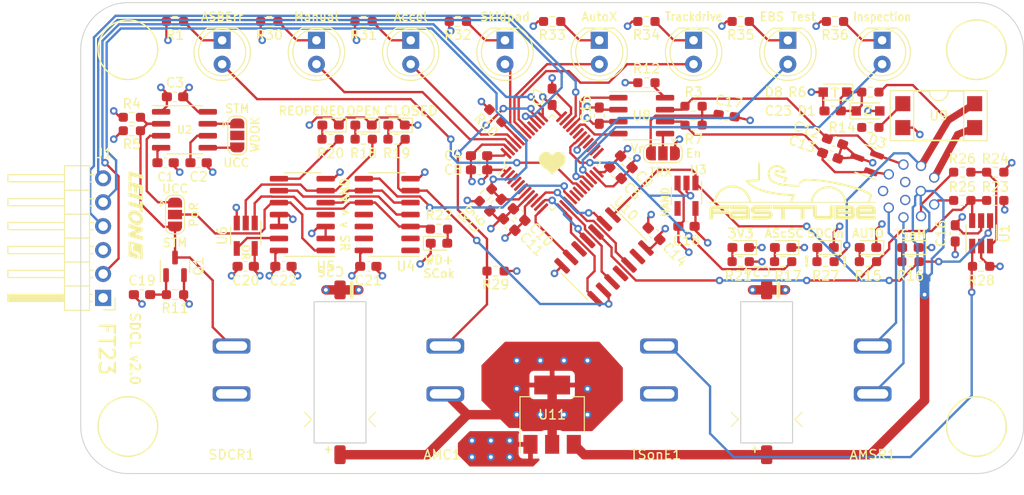
<source format=kicad_pcb>
(kicad_pcb (version 20211014) (generator pcbnew)

  (general
    (thickness 1.6)
  )

  (paper "A4")
  (layers
    (0 "F.Cu" signal)
    (1 "In1.Cu" power "3V3.Cu")
    (2 "In2.Cu" power "GND.Cu")
    (31 "B.Cu" signal)
    (33 "F.Adhes" user "F.Adhesive")
    (35 "F.Paste" user)
    (37 "F.SilkS" user "F.Silkscreen")
    (38 "B.Mask" user)
    (39 "F.Mask" user)
    (40 "Dwgs.User" user "User.Drawings")
    (41 "Cmts.User" user "User.Comments")
    (42 "Eco1.User" user "User.Eco1")
    (43 "Eco2.User" user "User.Eco2")
    (44 "Edge.Cuts" user)
    (45 "Margin" user)
    (46 "B.CrtYd" user "B.Courtyard")
    (47 "F.CrtYd" user "F.Courtyard")
    (49 "F.Fab" user)
  )

  (setup
    (stackup
      (layer "F.SilkS" (type "Top Silk Screen"))
      (layer "F.Paste" (type "Top Solder Paste"))
      (layer "F.Mask" (type "Top Solder Mask") (thickness 0.01))
      (layer "F.Cu" (type "copper") (thickness 0.035))
      (layer "dielectric 1" (type "core") (thickness 0.48) (material "FR4") (epsilon_r 4.5) (loss_tangent 0.02))
      (layer "In1.Cu" (type "copper") (thickness 0.035))
      (layer "dielectric 2" (type "prepreg") (thickness 0.48) (material "FR4") (epsilon_r 4.5) (loss_tangent 0.02))
      (layer "In2.Cu" (type "copper") (thickness 0.035))
      (layer "dielectric 3" (type "core") (thickness 0.48) (material "FR4") (epsilon_r 4.5) (loss_tangent 0.02))
      (layer "B.Cu" (type "copper") (thickness 0.035))
      (layer "B.Mask" (type "Bottom Solder Mask") (thickness 0.01))
      (copper_finish "None")
      (dielectric_constraints no)
    )
    (pad_to_mask_clearance 0)
    (pcbplotparams
      (layerselection 0x00010e0_ffffffff)
      (disableapertmacros false)
      (usegerberextensions false)
      (usegerberattributes true)
      (usegerberadvancedattributes true)
      (creategerberjobfile true)
      (svguseinch false)
      (svgprecision 6)
      (excludeedgelayer true)
      (plotframeref false)
      (viasonmask false)
      (mode 1)
      (useauxorigin false)
      (hpglpennumber 1)
      (hpglpenspeed 20)
      (hpglpendiameter 15.000000)
      (dxfpolygonmode true)
      (dxfimperialunits true)
      (dxfusepcbnewfont true)
      (psnegative false)
      (psa4output false)
      (plotreference true)
      (plotvalue true)
      (plotinvisibletext false)
      (sketchpadsonfab false)
      (subtractmaskfromsilk false)
      (outputformat 1)
      (mirror false)
      (drillshape 0)
      (scaleselection 1)
      (outputdirectory "export/")
    )
  )

  (net 0 "")
  (net 1 "GND")
  (net 2 "NRST")
  (net 3 "+12V")
  (net 4 "AMC")
  (net 5 "TRACESWO")
  (net 6 "SWDIO")
  (net 7 "SWCLK")
  (net 8 "Net-(R12-Pad1)")
  (net 9 "AMSRin")
  (net 10 "AMSRout")
  (net 11 "+3.3V")
  (net 12 "/CAN TRX/CAN_H")
  (net 13 "/CAN TRX/CAN_L")
  (net 14 "Net-(C19-Pad1)")
  (net 15 "/Connections/SDC_in_3V3")
  (net 16 "Net-(D2-Pad1)")
  (net 17 "Net-(D2-Pad2)")
  (net 18 "Net-(D4-Pad2)")
  (net 19 "/Backup AMI/AMI0")
  (net 20 "Net-(D15-Pad1)")
  (net 21 "/Backup AMI/AMI1")
  (net 22 "Net-(D16-Pad1)")
  (net 23 "/Backup AMI/AMI2")
  (net 24 "Net-(D17-Pad1)")
  (net 25 "/Backup AMI/AMI3")
  (net 26 "Net-(D18-Pad1)")
  (net 27 "/Backup AMI/AMI4")
  (net 28 "Net-(D19-Pad1)")
  (net 29 "/Backup AMI/AMI5")
  (net 30 "Net-(D20-Pad1)")
  (net 31 "/Backup AMI/AMI6")
  (net 32 "Net-(J2-Pad1)")
  (net 33 "Net-(J2-Pad9)")
  (net 34 "Net-(R14-Pad2)")
  (net 35 "Net-(R10-Pad1)")
  (net 36 "Net-(D5-Pad2)")
  (net 37 "Net-(D6-Pad2)")
  (net 38 "Net-(D7-Pad2)")
  (net 39 "Net-(D9-Pad2)")
  (net 40 "Net-(D10-Pad2)")
  (net 41 "Net-(D11-Pad2)")
  (net 42 "Net-(D12-Pad2)")
  (net 43 "Net-(D13-Pad2)")
  (net 44 "/Non-Programmable Logic/~{WDO}")
  (net 45 "/Non-Programmable Logic/RP")
  (net 46 "/Non-Programmable Logic/WP")
  (net 47 "/Non-Programmable Logic/correct_button_pressed")
  (net 48 "/Non-Programmable Logic/close_while_allowed")
  (net 49 "/Non-Programmable Logic/~{reset_all}")
  (net 50 "/Non-Programmable Logic/closing_allowed")
  (net 51 "/Non-Programmable Logic/~{reopen}")
  (net 52 "/Non-Programmable Logic/WD_and_SDCin_ok")
  (net 53 "/Non-Programmable Logic/~{try_close}")
  (net 54 "unconnected-(J2-Pad11)")
  (net 55 "unconnected-(J2-Pad12)")
  (net 56 "Net-(JPPoR1-Pad1)")
  (net 57 "/Connections/SDC_out")
  (net 58 "/Connections/SDC_in")
  (net 59 "/Connections/TS_activate_dash")
  (net 60 "/Controller/Watchdog")
  (net 61 "WD_OK")
  (net 62 "/CAN TRX/CAN_TX")
  (net 63 "/CAN TRX/CAN_RX")
  (net 64 "Net-(D14-Pad1)")
  (net 65 "/Connections/ASMS")
  (net 66 "/Buttons/~{SDC_reset}")
  (net 67 "/Controller/AS_close_SDC")
  (net 68 "CLOSED")
  (net 69 "INITIAL_OPEN")
  (net 70 "REOPENED")
  (net 71 "/Buttons/TS_activate_ext")
  (net 72 "/Controller/SDC_is_ready")
  (net 73 "unconnected-(U7-Pad2)")
  (net 74 "unconnected-(U7-Pad3)")
  (net 75 "unconnected-(U7-Pad4)")
  (net 76 "unconnected-(U7-Pad5)")
  (net 77 "unconnected-(U7-Pad6)")
  (net 78 "Net-(U10-Pad2)")
  (net 79 "Net-(U10-Pad4)")
  (net 80 "Net-(U10-Pad6)")
  (net 81 "Net-(U10-Pad8)")
  (net 82 "Net-(U10-Pad10)")
  (net 83 "Net-(U10-Pad12)")
  (net 84 "unconnected-(U7-Pad18)")
  (net 85 "unconnected-(U7-Pad20)")
  (net 86 "unconnected-(U7-Pad25)")
  (net 87 "unconnected-(U7-Pad26)")
  (net 88 "unconnected-(U7-Pad27)")
  (net 89 "unconnected-(U7-Pad28)")
  (net 90 "ASB_error")
  (net 91 "unconnected-(U7-Pad40)")
  (net 92 "/CAN TRX/Vref")
  (net 93 "Net-(JP1-Pad2)")

  (footprint "Capacitor_SMD:C_0603_1608Metric_Pad1.08x0.95mm_HandSolder" (layer "F.Cu") (at 109 67))

  (footprint "Capacitor_SMD:C_0603_1608Metric_Pad1.08x0.95mm_HandSolder" (layer "F.Cu") (at 112.5 67))

  (footprint "Capacitor_SMD:C_0603_1608Metric_Pad1.08x0.95mm_HandSolder" (layer "F.Cu") (at 110 60 180))

  (footprint "Capacitor_SMD:C_0603_1608Metric_Pad1.08x0.95mm_HandSolder" (layer "F.Cu") (at 142.25 66.25 180))

  (footprint "Capacitor_SMD:C_0603_1608Metric_Pad1.08x0.95mm_HandSolder" (layer "F.Cu") (at 156.717515 68.06066 -45))

  (footprint "Capacitor_SMD:C_0603_1608Metric_Pad1.08x0.95mm_HandSolder" (layer "F.Cu") (at 144 71.5 -135))

  (footprint "Capacitor_SMD:C_0603_1608Metric_Pad1.08x0.95mm_HandSolder" (layer "F.Cu") (at 150 60 90))

  (footprint "Capacitor_SMD:C_0603_1608Metric_Pad1.08x0.95mm_HandSolder" (layer "F.Cu") (at 142.25 67.75 180))

  (footprint "Capacitor_SMD:C_0603_1608Metric_Pad1.08x0.95mm_HandSolder" (layer "F.Cu") (at 157.867538 66.897577 -45))

  (footprint "Capacitor_SMD:C_0603_1608Metric_Pad1.08x0.95mm_HandSolder" (layer "F.Cu") (at 146.5 72.5 135))

  (footprint "Capacitor_SMD:C_0603_1608Metric_Pad1.08x0.95mm_HandSolder" (layer "F.Cu") (at 145.43934 73.56066 135))

  (footprint "Capacitor_SMD:C_0603_1608Metric_Pad1.08x0.95mm_HandSolder" (layer "F.Cu") (at 180 64.75 -20))

  (footprint "Capacitor_SMD:C_0603_1608Metric_Pad1.08x0.95mm_HandSolder" (layer "F.Cu") (at 179.5 66.25 160))

  (footprint "Package_TO_SOT_SMD:SOT-23-5_HandSoldering" (layer "F.Cu") (at 164.25 70.5 -90))

  (footprint "Capacitor_SMD:C_0603_1608Metric_Pad1.08x0.95mm_HandSolder" (layer "F.Cu") (at 155 62 90))

  (footprint "Package_TO_SOT_SMD:SOT-23-5_HandSoldering" (layer "F.Cu") (at 117.5 74.75 -90))

  (footprint "Resistor_SMD:R_0603_1608Metric_Pad0.98x0.95mm_HandSolder" (layer "F.Cu") (at 105.423313 62.172844))

  (footprint "Resistor_SMD:R_0603_1608Metric_Pad0.98x0.95mm_HandSolder" (layer "F.Cu") (at 105.423313 63.600757 180))

  (footprint "Resistor_SMD:R_0603_1608Metric_Pad0.98x0.95mm_HandSolder" (layer "F.Cu") (at 183.75 59.5 180))

  (footprint "Resistor_SMD:R_0603_1608Metric_Pad0.98x0.95mm_HandSolder" (layer "F.Cu") (at 142.93934 70.43934 45))

  (footprint "Resistor_SMD:R_0603_1608Metric_Pad0.98x0.95mm_HandSolder" (layer "F.Cu") (at 144 62 135))

  (footprint "Resistor_SMD:R_0603_1608Metric_Pad0.98x0.95mm_HandSolder" (layer "F.Cu") (at 160 58.5 180))

  (footprint "Package_TO_SOT_SMD:SOT-23-6_Handsoldering" (layer "F.Cu") (at 195.5 74.5 90))

  (footprint "Package_SO:SOIC-8_3.9x4.9mm_P1.27mm" (layer "F.Cu") (at 111 63.5))

  (footprint "Package_SO:SOIC-14_3.9x8.7mm_P1.27mm" (layer "F.Cu") (at 132.5 72.5 180))

  (footprint "Package_SO:SOIC-14_3.9x8.7mm_P1.27mm" (layer "F.Cu") (at 123.5 72.503922 180))

  (footprint "Package_QFP:LQFP-48_7x7mm_P0.5mm" (layer "F.Cu") (at 150 67 45))

  (footprint "Package_SO:SOIC-8_3.9x4.9mm_P1.27mm" (layer "F.Cu") (at 159.5 62))

  (footprint "Resistor_SMD:R_0603_1608Metric_Pad0.98x0.95mm_HandSolder" (layer "F.Cu") (at 183.75 63.25))

  (footprint "Package_DIP:DIP-4_W7.62mm_SMDSocket_SmallPads" (layer "F.Cu") (at 191 62))

  (footprint "Capacitor_SMD:C_0603_1608Metric_Pad1.08x0.95mm_HandSolder" (layer "F.Cu") (at 192.75 74.5 90))

  (footprint "Capacitor_SMD:C_0603_1608Metric_Pad1.08x0.95mm_HandSolder" (layer "F.Cu") (at 164.25 73.75))

  (footprint "Capacitor_SMD:C_0603_1608Metric_Pad1.08x0.95mm_HandSolder" (layer "F.Cu") (at 117.5 78))

  (footprint "Capacitor_SMD:C_0603_1608Metric_Pad1.08x0.95mm_HandSolder" (layer "F.Cu") (at 130.5 78 180))

  (footprint "Capacitor_SMD:C_0603_1608Metric_Pad1.08x0.95mm_HandSolder" (layer "F.Cu") (at 121.5 78 180))

  (footprint "Diode_SMD:D_0603_1608Metric_Pad1.05x0.95mm_HandSolder" (layer "F.Cu") (at 183.5 76 180))

  (footprint "Diode_SMD:D_0603_1608Metric_Pad1.05x0.95mm_HandSolder" (layer "F.Cu") (at 188 76 180))

  (footprint "Diode_SMD:D_0603_1608Metric_Pad1.05x0.95mm_HandSolder" (layer "F.Cu") (at 174.5 76 180))

  (footprint "Diode_SMD:D_0603_1608Metric_Pad1.05x0.95mm_HandSolder" (layer "F.Cu") (at 130 63 180))

  (footprint "Diode_SMD:D_0603_1608Metric_Pad1.05x0.95mm_HandSolder" (layer "F.Cu") (at 133.5 63 180))

  (footprint "Diode_SMD:D_0603_1608Metric_Pad1.05x0.95mm_HandSolder" (layer "F.Cu") (at 126.5 63 180))

  (footprint "Diode_SMD:D_0603_1608Metric_Pad1.05x0.95mm_HandSolder" (layer "F.Cu") (at 170 76 180))

  (footprint "Resistor_SMD:R_0603_1608Metric_Pad0.98x0.95mm_HandSolder" (layer "F.Cu") (at 183.5 77.5 180))

  (footprint "Resistor_SMD:R_0603_1608Metric_Pad0.98x0.95mm_HandSolder" (layer "F.Cu") (at 188 77.5))

  (footprint "Diode_SMD:D_0603_1608Metric_Pad1.05x0.95mm_HandSolder" (layer "F.Cu") (at 138 75.545))

  (footprint "Resistor_SMD:R_0603_1608Metric_Pad0.98x0.95mm_HandSolder" (layer "F.Cu") (at 174.5 77.5 180))

  (footprint "Resistor_SMD:R_0603_1608Metric_Pad0.98x0.95mm_HandSolder" (layer "F.Cu") (at 130.016666 64.5 180))

  (footprint "Resistor_SMD:R_0603_1608Metric_Pad0.98x0.95mm_HandSolder" (layer "F.Cu") (at 133.5 64.5 180))

  (footprint "Resistor_SMD:R_0603_1608Metric_Pad0.98x0.95mm_HandSolder" (layer "F.Cu") (at 126.5 64.5 180))

  (footprint "Resistor_SMD:R_0603_1608Metric_Pad0.98x0.95mm_HandSolder" (layer "F.Cu") (at 170 77.5 180))

  (footprint "Resistor_SMD:R_0603_1608Metric_Pad0.98x0.95mm_HandSolder" (layer "F.Cu") (at 138 74.045 180))

  (footprint "Capacitor_SMD:C_0603_1608Metric_Pad1.08x0.95mm_HandSolder" (layer "F.Cu") (at 179.75 61.5))

  (footprint "Diode_SMD:D_SOD-323_HandSoldering" (layer "F.Cu") (at 180 59.5 180))

  (footprint "MountingHole:MountingHole_3.2mm_M3" (layer "F.Cu")
    (tedit 56D1B4CB) (tstamp 00000000-0000-0000-0000-000061bee488)
    (at 105 55 180)
    (descr "Mounting Hole 3.2mm, no annular, M3")
    (tags "mounting hole 3.2mm no annular m3")
    (property "Sheetfile" "connections.kicad_sch")
    (property "Sheetname" "Connections")
    (path "/00000000-0000-0000-0000-000061bba8ea/00000000-0000-0000-0000-000061bd2819")
    (attr exclude_from_pos_files)
    (fp_text reference "H1" (at 0 -4.2) (layer "F.SilkS") hide
      (effects (font (size 1 1) (thickness 0.15)))
      (tstamp 47fadd5d-e63f-4824-9b10-de5d2fb6df9a)
    )
    (fp_text value "MountingHole" (at 0 4.2) (layer "F.Fab")
      (effects (font (size 1 1) (thickness 0.15)))
      (tstamp 1c823e0b-a9cf-4241-96e0-8c775a87c35a)
    )
    (fp_text user "${REFERENCE}" (at 0.3 0) (layer "F.Fab")
      (effects (font (size 1 1) (thickness 0.15)))
      (tstamp 33f0cab9-47c4-43b5-964c-8e47657be6ef)
    )
    (fp_circle (center 0 0) (end 3.2 0) 
... [1025941 chars truncated]
</source>
